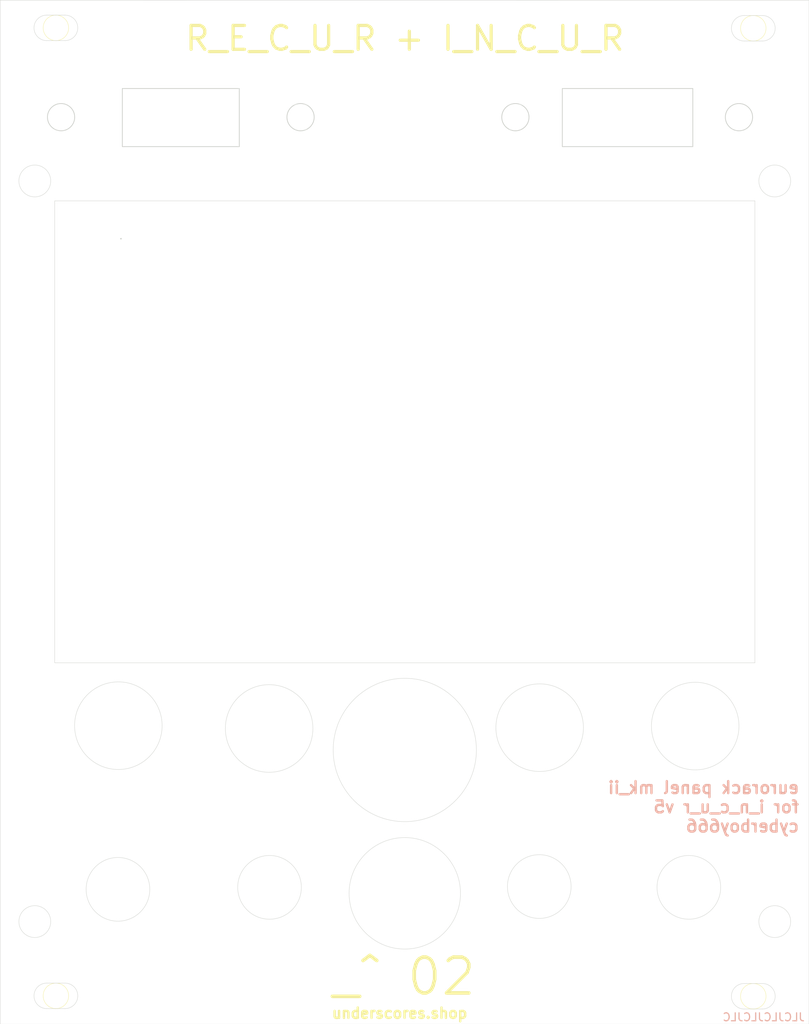
<source format=kicad_pcb>
(kicad_pcb (version 20211014) (generator pcbnew)

  (general
    (thickness 1.6)
  )

  (paper "A4")
  (title_block
    (title "i_n_c_u_r v5")
    (date "2019-06-01")
    (company "cyberboy666 & user43368831")
  )

  (layers
    (0 "F.Cu" signal)
    (31 "B.Cu" signal)
    (33 "F.Adhes" user "F.Adhesive")
    (35 "F.Paste" user)
    (36 "B.SilkS" user "B.Silkscreen")
    (37 "F.SilkS" user "F.Silkscreen")
    (38 "B.Mask" user)
    (39 "F.Mask" user)
    (40 "Dwgs.User" user "User.Drawings")
    (41 "Cmts.User" user "User.Comments")
    (42 "Eco1.User" user "User.Eco1")
    (43 "Eco2.User" user "User.Eco2")
    (44 "Edge.Cuts" user)
    (45 "Margin" user)
    (47 "F.CrtYd" user "F.Courtyard")
    (49 "F.Fab" user)
  )

  (setup
    (pad_to_mask_clearance 0.2)
    (pcbplotparams
      (layerselection 0x00010f0_ffffffff)
      (disableapertmacros false)
      (usegerberextensions false)
      (usegerberattributes false)
      (usegerberadvancedattributes false)
      (creategerberjobfile false)
      (svguseinch false)
      (svgprecision 6)
      (excludeedgelayer true)
      (plotframeref false)
      (viasonmask false)
      (mode 1)
      (useauxorigin false)
      (hpglpennumber 1)
      (hpglpenspeed 20)
      (hpglpendiameter 15.000000)
      (dxfpolygonmode true)
      (dxfimperialunits true)
      (dxfusepcbnewfont true)
      (psnegative false)
      (psa4output false)
      (plotreference true)
      (plotvalue false)
      (plotinvisibletext false)
      (sketchpadsonfab false)
      (subtractmaskfromsilk false)
      (outputformat 1)
      (mirror false)
      (drillshape 0)
      (scaleselection 1)
      (outputdirectory "default_panel_for_v5_mk_i/")
    )
  )

  (net 0 "")

  (gr_circle (center 76.15 24.275) (end 77.75 24.275) (layer "F.SilkS") (width 0.05) (fill none) (tstamp 35ea47cc-a336-4dca-b0b2-79ba8e2d7932))
  (gr_circle (center 76.15 145.825) (end 77.75 145.825) (layer "F.SilkS") (width 0.05) (fill none) (tstamp 43281759-10cd-42eb-be2f-d067ecfc3ace))
  (gr_circle (center 163.8 145.875) (end 165.4 145.875) (layer "F.SilkS") (width 0.05) (fill none) (tstamp 64fedb70-4616-4cfb-8cc6-a51f1ed3542f))
  (gr_circle (center 163.8 24.325) (end 165.4 24.325) (layer "F.SilkS") (width 0.05) (fill none) (tstamp f1e5784e-ed21-4058-b0e4-ef30b6e795b4))
  (gr_circle (center 120 114.95) (end 129 114.95) (layer "Edge.Cuts") (width 0.05) (fill none) (tstamp 0240fd8b-e80b-469f-b980-049a76eaf3d4))
  (gr_line (start 164.95 22.725) (end 162.65 22.725) (layer "Edge.Cuts") (width 0.05) (tstamp 070eab51-062e-4628-9665-21a784cb4173))
  (gr_line (start 76 46) (end 164 46) (layer "Edge.Cuts") (width 0.05) (tstamp 0fe9dc93-d36f-4509-8851-1812f7407778))
  (gr_circle (center 106.9 35.488276) (end 108.6 35.288276) (layer "Edge.Cuts") (width 0.1) (fill none) (tstamp 16177abe-ce2a-4c2a-b6a9-99683dc275e2))
  (gr_circle (center 133.9 35.488276) (end 135.6 35.288276) (layer "Edge.Cuts") (width 0.1) (fill none) (tstamp 2ebcb3d0-786f-4d3a-b1de-8d98e6e79ef9))
  (gr_line (start 170.8 149.375) (end 69.15 149.375) (layer "Edge.Cuts") (width 0.05) (tstamp 35caa27b-8bf8-4941-a363-2ee0d1bfc49c))
  (gr_arc (start 162.65 25.925) (mid 161.05 24.325) (end 162.65 22.725) (layer "Edge.Cuts") (width 0.05) (tstamp 372a35c6-4dfd-4499-ae41-217ad5b835c9))
  (gr_rect (start 139.8 31.888276) (end 156.2 39.188276) (layer "Edge.Cuts") (width 0.1) (fill none) (tstamp 3f022267-3193-431e-b644-05ca60509b1e))
  (gr_circle (center 76.8 35.488276) (end 78.5 35.288276) (layer "Edge.Cuts") (width 0.1) (fill none) (tstamp 401b50b8-e5b6-4916-b4f5-6082c5af9be0))
  (gr_circle (center 136.95 112.15) (end 142.45 112.15) (layer "Edge.Cuts") (width 0.05) (fill none) (tstamp 4483906e-f778-42c4-bc34-ce3a6da215f6))
  (gr_arc (start 75 25.875) (mid 73.4 24.275) (end 75 22.675) (layer "Edge.Cuts") (width 0.05) (tstamp 4bec306a-4ae8-41a0-b056-bde8b278f744))
  (gr_circle (center 136.9 132.1) (end 140.9 132.1) (layer "Edge.Cuts") (width 0.05) (fill none) (tstamp 4d669bc9-8b88-4a58-a208-0b79258879da))
  (gr_line (start 77.3 25.875) (end 75 25.875) (layer "Edge.Cuts") (width 0.05) (tstamp 59a519ba-4a57-4de3-86a0-16e9dfe2d568))
  (gr_circle (center 155.7 132.2) (end 159.7 132.2) (layer "Edge.Cuts") (width 0.05) (fill none) (tstamp 65836827-c670-442d-883e-f13d82099cc8))
  (gr_circle (center 83.95 132.45) (end 87.95 132.45) (layer "Edge.Cuts") (width 0.05) (fill none) (tstamp 6a276fe8-bbb2-412f-8208-7d6bab1a613f))
  (gr_arc (start 77.3 22.675) (mid 78.9 24.275) (end 77.3 25.875) (layer "Edge.Cuts") (width 0.05) (tstamp 6a4345e0-c0e4-4f55-bfbb-8ca56b298fb7))
  (gr_circle (center 103 132.2) (end 107 132.2) (layer "Edge.Cuts") (width 0.05) (fill none) (tstamp 6b122fb6-cded-4081-b237-5ccb90c0b6ec))
  (gr_circle (center 166.5 136.5) (end 168.5 136.5) (layer "Edge.Cuts") (width 0.05) (fill none) (tstamp 737bca71-e7c9-440d-9da8-8b39b656a47d))
  (gr_line (start 77.3 22.675) (end 75 22.675) (layer "Edge.Cuts") (width 0.05) (tstamp 748496fa-e907-4e15-b768-fc24d97aa587))
  (gr_circle (center 84 111.9) (end 89.5 111.9) (layer "Edge.Cuts") (width 0.05) (fill none) (tstamp 75477c34-54a4-40ce-b717-04a25af61602))
  (gr_arc (start 164.95 144.275) (mid 166.55 145.875) (end 164.95 147.475) (layer "Edge.Cuts") (width 0.05) (tstamp 77dac818-10e7-4eea-b1b2-72291fa8cff6))
  (gr_line (start 164.95 147.475) (end 162.65 147.475) (layer "Edge.Cuts") (width 0.05) (tstamp 854bf4a8-6464-485b-b3c3-8d34f542616c))
  (gr_circle (center 73.5 43.5) (end 75.5 43.5) (layer "Edge.Cuts") (width 0.05) (fill none) (tstamp 920a09dd-11fe-4836-8eb3-c04ccfae3aeb))
  (gr_arc (start 164.95 22.725) (mid 166.55 24.325) (end 164.95 25.925) (layer "Edge.Cuts") (width 0.05) (tstamp 922a406a-d8b7-4ad6-9c91-757a77afc4d3))
  (gr_circle (center 162 35.488276) (end 163.7 35.288276) (layer "Edge.Cuts") (width 0.1) (fill none) (tstamp 953219be-d8a4-4d60-98cc-2308cbdeef9c))
  (gr_line (start 77.3 147.425) (end 75 147.425) (layer "Edge.Cuts") (width 0.05) (tstamp 9692cac3-500c-45cd-b4d1-e3c7fb57a2f3))
  (gr_circle (center 102.95 112.25) (end 108.45 112.25) (layer "Edge.Cuts") (width 0.05) (fill none) (tstamp a06f9f05-1a2a-40a4-bab7-b92223ce34a2))
  (gr_line (start 69.15 20.8) (end 170.8 20.807234) (layer "Edge.Cuts") (width 0.05) (tstamp a38d2756-fc95-4ee5-bb73-722085c99256))
  (gr_circle (center 120 132.95) (end 127 132.95) (layer "Edge.Cuts") (width 0.05) (fill none) (tstamp a4e71c5b-45d5-4519-b5b9-421ab3a45c16))
  (gr_rect (start 84.5 31.888276) (end 99.2 39.188276) (layer "Edge.Cuts") (width 0.1) (fill none) (tstamp a51eed98-4d2c-4980-8c08-36ef5d22a0ae))
  (gr_line (start 164 46) (end 164 104) (layer "Edge.Cuts") (width 0.05) (tstamp aa4ee382-1f87-45ee-a935-a7d9b8352856))
  (gr_arc (start 162.65 147.475) (mid 161.05 145.875) (end 162.65 144.275) (layer "Edge.Cuts") (width 0.05) (tstamp aaa2fe50-5a78-4aab-ae5d-beca2455241f))
  (gr_line (start 164.95 25.925) (end 162.65 25.925) (layer "Edge.Cuts") (width 0.05) (tstamp ae030540-7714-499b-a594-a048bfaf4a44))
  (gr_line (start 77.3 144.225) (end 75 144.225) (layer "Edge.Cuts") (width 0.05) (tstamp c57cc64b-d4ba-4ccc-bd4a-110bcaf568d5))
  (gr_line (start 76 46) (end 76 104) (layer "Edge.Cuts") (width 0.05) (tstamp cc07f979-5118-443f-8eaf-8fa94ed1f0e9))
  (gr_line (start 170.8 149.375) (end 170.8 20.807234) (layer "Edge.Cuts") (width 0.05) (tstamp cd00c96d-195b-4658-be7e-0da3f3c8367c))
  (gr_line (start 164.95 144.275) (end 162.65 144.275) (layer "Edge.Cuts") (width 0.05) (tstamp d8611a41-da52-4c48-969f-c19bec4e4b84))
  (gr_circle (center 166.5 43.5) (end 168.5 43.5) (layer "Edge.Cuts") (width 0.05) (fill none) (tstamp db7367f4-555f-489f-834b-1a264c96a3e1))
  (gr_circle (center 156.5 111.95) (end 162 111.95) (layer "Edge.Cuts") (width 0.05) (fill none) (tstamp dfcb5617-a903-4877-b2f0-da870163f78a))
  (gr_arc (start 77.3 144.225) (mid 78.9 145.825) (end 77.3 147.425) (layer "Edge.Cuts") (width 0.05) (tstamp e14da4c4-6ff8-428c-8cc3-4596c93167c0))
  (gr_line (start 69.15 149.375) (end 69.15 20.8) (layer "Edge.Cuts") (width 0.05) (tstamp e2d4654a-f860-4270-a18e-7f0e870a5100))
  (gr_arc (start 75 147.425) (mid 73.4 145.825) (end 75 144.225) (layer "Edge.Cuts") (width 0.05) (tstamp e63eb070-2141-4a9d-9560-80a72318cd89))
  (gr_circle (center 84.325 50.75) (end 84.325 50.75) (layer "Edge.Cuts") (width 0.1) (fill none) (tstamp ec515742-43da-47fe-9d31-cea31564843e))
  (gr_line (start 76 104) (end 164 104) (layer "Edge.Cuts") (width 0.05) (tstamp f6d76128-fa33-4f15-a8e7-dd919cbcba0e))
  (gr_circle (center 73.5 136.5) (end 75.5 136.5) (layer "Edge.Cuts") (width 0.05) (fill none) (tstamp fab61a80-c77c-4fd8-833d-8bb41e7e9054))
  (gr_text "JLCJLCJLCJLC" (at 165.1 148.5) (layer "B.SilkS") (tstamp 0ef0df2b-5071-44e3-8010-48f4d19591bd)
    (effects (font (size 1 1) (thickness 0.15)) (justify mirror))
  )
  (gr_text "eurorack panel mk_ii\nfor i_n_c_u_r v5\ncyberboy666" (at 169.7 122.1) (layer "B.SilkS") (tstamp 463a716b-ae54-4d65-abd4-f6a879492036)
    (effects (font (size 1.5 1.5) (thickness 0.3)) (justify left mirror))
  )
  (gr_text "R_E_C_U_R + I_N_C_U_R" (at 120 25.6) (layer "F.SilkS") (tstamp 4cc7994a-010a-48b1-89e1-8676595669d3)
    (effects (font (size 3 3) (thickness 0.4)))
  )
  (gr_text "_^ 02" (at 119.9 143.4) (layer "F.SilkS") (tstamp 81b61f44-a684-414e-8c7c-00f74e01d3b9)
    (effects (font (size 4.5 4.5) (thickness 0.45)))
  )
  (gr_text "underscores.shop" (at 119.35 148) (layer "F.SilkS") (tstamp bc760e11-f9f0-4358-a50c-dc33b9ff14a4)
    (effects (font (size 1.3 1.3) (thickness 0.3)))
  )

)

</source>
